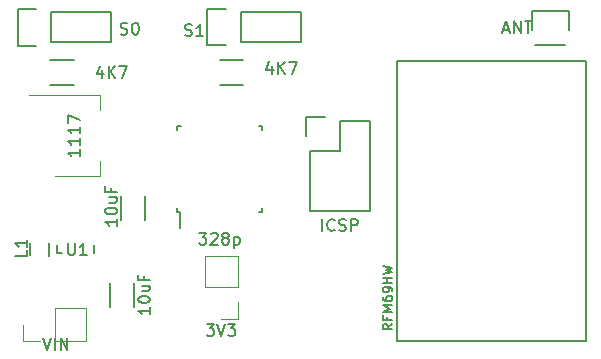
<source format=gto>
G04 #@! TF.FileFunction,Legend,Top*
%FSLAX46Y46*%
G04 Gerber Fmt 4.6, Leading zero omitted, Abs format (unit mm)*
G04 Created by KiCad (PCBNEW 4.0.5-e0-6337~49~ubuntu16.04.1) date Tue Jan 17 08:20:09 2017*
%MOMM*%
%LPD*%
G01*
G04 APERTURE LIST*
%ADD10C,0.100000*%
%ADD11C,0.150000*%
%ADD12C,0.120000*%
%ADD13C,0.160000*%
G04 APERTURE END LIST*
D10*
D11*
X92465000Y-78089000D02*
X92465000Y-76089000D01*
X90415000Y-76089000D02*
X90415000Y-78089000D01*
X130722400Y-81022400D02*
X114722400Y-81022400D01*
X130722400Y-57322400D02*
X130722400Y-81022400D01*
X114722400Y-57322400D02*
X130722400Y-57322400D01*
X114722400Y-81022400D02*
X114722400Y-57322400D01*
X96070000Y-70046000D02*
X96295000Y-70046000D01*
X96070000Y-62796000D02*
X96395000Y-62796000D01*
X103320000Y-62796000D02*
X102995000Y-62796000D01*
X103320000Y-70046000D02*
X102995000Y-70046000D01*
X96070000Y-70046000D02*
X96070000Y-69721000D01*
X103320000Y-70046000D02*
X103320000Y-69721000D01*
X103320000Y-62796000D02*
X103320000Y-63121000D01*
X96070000Y-62796000D02*
X96070000Y-63121000D01*
X96295000Y-70046000D02*
X96295000Y-71471000D01*
X85242400Y-73792080D02*
X85242400Y-72740520D01*
X83642200Y-72689720D02*
X83642200Y-73741280D01*
X129248500Y-53110800D02*
X129248500Y-54660800D01*
X126148500Y-54660800D02*
X126148500Y-53110800D01*
X126148500Y-53110800D02*
X129248500Y-53110800D01*
X126428500Y-55930800D02*
X128968500Y-55930800D01*
X85432900Y-55714900D02*
X90512900Y-55714900D01*
X90512900Y-55714900D02*
X90512900Y-53174900D01*
X90512900Y-53174900D02*
X85432900Y-53174900D01*
X82612900Y-52894900D02*
X84162900Y-52894900D01*
X85432900Y-53174900D02*
X85432900Y-55714900D01*
X84162900Y-55994900D02*
X82612900Y-55994900D01*
X82612900Y-55994900D02*
X82612900Y-52894900D01*
X101460300Y-55702200D02*
X106540300Y-55702200D01*
X106540300Y-55702200D02*
X106540300Y-53162200D01*
X106540300Y-53162200D02*
X101460300Y-53162200D01*
X98640300Y-52882200D02*
X100190300Y-52882200D01*
X101460300Y-53162200D02*
X101460300Y-55702200D01*
X100190300Y-55982200D02*
X98640300Y-55982200D01*
X98640300Y-55982200D02*
X98640300Y-52882200D01*
X107315000Y-64897000D02*
X107315000Y-69977000D01*
X107035000Y-62077000D02*
X108585000Y-62077000D01*
X109855000Y-62357000D02*
X109855000Y-64897000D01*
X109855000Y-64897000D02*
X107315000Y-64897000D01*
X107315000Y-69977000D02*
X112395000Y-69977000D01*
X112395000Y-69977000D02*
X112395000Y-64897000D01*
X107035000Y-62077000D02*
X107035000Y-63627000D01*
X112395000Y-62357000D02*
X109855000Y-62357000D01*
X112395000Y-64897000D02*
X112395000Y-62357000D01*
X85890100Y-73591420D02*
X86380320Y-73591420D01*
X85890100Y-72890380D02*
X85890100Y-73591420D01*
X89090500Y-72890380D02*
X89090500Y-73591420D01*
X87360000Y-59368000D02*
X85360000Y-59368000D01*
X85360000Y-57218000D02*
X87360000Y-57218000D01*
D12*
X101212000Y-76454000D02*
X101212000Y-73794000D01*
X101212000Y-73794000D02*
X98432000Y-73794000D01*
X98432000Y-73794000D02*
X98432000Y-76454000D01*
X98432000Y-76454000D02*
X101212000Y-76454000D01*
X101212000Y-77724000D02*
X101212000Y-79114000D01*
X101212000Y-79114000D02*
X99822000Y-79114000D01*
X85725000Y-81019000D02*
X88385000Y-81019000D01*
X88385000Y-81019000D02*
X88385000Y-78239000D01*
X88385000Y-78239000D02*
X85725000Y-78239000D01*
X85725000Y-78239000D02*
X85725000Y-81019000D01*
X84455000Y-81019000D02*
X83065000Y-81019000D01*
X83065000Y-81019000D02*
X83065000Y-79629000D01*
D11*
X91304000Y-68723000D02*
X91304000Y-70723000D01*
X93354000Y-70723000D02*
X93354000Y-68723000D01*
X101711000Y-59368000D02*
X99711000Y-59368000D01*
X99711000Y-57218000D02*
X101711000Y-57218000D01*
D12*
X89540000Y-67037000D02*
X89540000Y-65777000D01*
X89540000Y-60217000D02*
X89540000Y-61477000D01*
X85780000Y-67037000D02*
X89540000Y-67037000D01*
X83530000Y-60217000D02*
X89540000Y-60217000D01*
D11*
X93797381Y-78160428D02*
X93797381Y-78731857D01*
X93797381Y-78446143D02*
X92797381Y-78446143D01*
X92940238Y-78541381D01*
X93035476Y-78636619D01*
X93083095Y-78731857D01*
X92797381Y-77541381D02*
X92797381Y-77446142D01*
X92845000Y-77350904D01*
X92892619Y-77303285D01*
X92987857Y-77255666D01*
X93178333Y-77208047D01*
X93416429Y-77208047D01*
X93606905Y-77255666D01*
X93702143Y-77303285D01*
X93749762Y-77350904D01*
X93797381Y-77446142D01*
X93797381Y-77541381D01*
X93749762Y-77636619D01*
X93702143Y-77684238D01*
X93606905Y-77731857D01*
X93416429Y-77779476D01*
X93178333Y-77779476D01*
X92987857Y-77731857D01*
X92892619Y-77684238D01*
X92845000Y-77636619D01*
X92797381Y-77541381D01*
X93130714Y-76350904D02*
X93797381Y-76350904D01*
X93130714Y-76779476D02*
X93654524Y-76779476D01*
X93749762Y-76731857D01*
X93797381Y-76636619D01*
X93797381Y-76493761D01*
X93749762Y-76398523D01*
X93702143Y-76350904D01*
X93273571Y-75541380D02*
X93273571Y-75874714D01*
X93797381Y-75874714D02*
X92797381Y-75874714D01*
X92797381Y-75398523D01*
D13*
X114306305Y-79558876D02*
X113925352Y-79825543D01*
X114306305Y-80016019D02*
X113506305Y-80016019D01*
X113506305Y-79711257D01*
X113544400Y-79635066D01*
X113582495Y-79596971D01*
X113658686Y-79558876D01*
X113772971Y-79558876D01*
X113849162Y-79596971D01*
X113887257Y-79635066D01*
X113925352Y-79711257D01*
X113925352Y-80016019D01*
X113887257Y-78949352D02*
X113887257Y-79216019D01*
X114306305Y-79216019D02*
X113506305Y-79216019D01*
X113506305Y-78835066D01*
X114306305Y-78530305D02*
X113506305Y-78530305D01*
X114077733Y-78263638D01*
X113506305Y-77996971D01*
X114306305Y-77996971D01*
X113506305Y-77273162D02*
X113506305Y-77425543D01*
X113544400Y-77501733D01*
X113582495Y-77539828D01*
X113696781Y-77616019D01*
X113849162Y-77654114D01*
X114153924Y-77654114D01*
X114230114Y-77616019D01*
X114268210Y-77577924D01*
X114306305Y-77501733D01*
X114306305Y-77349352D01*
X114268210Y-77273162D01*
X114230114Y-77235066D01*
X114153924Y-77196971D01*
X113963448Y-77196971D01*
X113887257Y-77235066D01*
X113849162Y-77273162D01*
X113811067Y-77349352D01*
X113811067Y-77501733D01*
X113849162Y-77577924D01*
X113887257Y-77616019D01*
X113963448Y-77654114D01*
X114306305Y-76816019D02*
X114306305Y-76663638D01*
X114268210Y-76587447D01*
X114230114Y-76549352D01*
X114115829Y-76473161D01*
X113963448Y-76435066D01*
X113658686Y-76435066D01*
X113582495Y-76473161D01*
X113544400Y-76511257D01*
X113506305Y-76587447D01*
X113506305Y-76739828D01*
X113544400Y-76816019D01*
X113582495Y-76854114D01*
X113658686Y-76892209D01*
X113849162Y-76892209D01*
X113925352Y-76854114D01*
X113963448Y-76816019D01*
X114001543Y-76739828D01*
X114001543Y-76587447D01*
X113963448Y-76511257D01*
X113925352Y-76473161D01*
X113849162Y-76435066D01*
X114306305Y-76092209D02*
X113506305Y-76092209D01*
X113887257Y-76092209D02*
X113887257Y-75635066D01*
X114306305Y-75635066D02*
X113506305Y-75635066D01*
X113506305Y-75330304D02*
X114306305Y-75139828D01*
X113734876Y-74987447D01*
X114306305Y-74835066D01*
X113506305Y-74644590D01*
D11*
X97956905Y-71842381D02*
X98575953Y-71842381D01*
X98242619Y-72223333D01*
X98385477Y-72223333D01*
X98480715Y-72270952D01*
X98528334Y-72318571D01*
X98575953Y-72413810D01*
X98575953Y-72651905D01*
X98528334Y-72747143D01*
X98480715Y-72794762D01*
X98385477Y-72842381D01*
X98099762Y-72842381D01*
X98004524Y-72794762D01*
X97956905Y-72747143D01*
X98956905Y-71937619D02*
X99004524Y-71890000D01*
X99099762Y-71842381D01*
X99337858Y-71842381D01*
X99433096Y-71890000D01*
X99480715Y-71937619D01*
X99528334Y-72032857D01*
X99528334Y-72128095D01*
X99480715Y-72270952D01*
X98909286Y-72842381D01*
X99528334Y-72842381D01*
X100099762Y-72270952D02*
X100004524Y-72223333D01*
X99956905Y-72175714D01*
X99909286Y-72080476D01*
X99909286Y-72032857D01*
X99956905Y-71937619D01*
X100004524Y-71890000D01*
X100099762Y-71842381D01*
X100290239Y-71842381D01*
X100385477Y-71890000D01*
X100433096Y-71937619D01*
X100480715Y-72032857D01*
X100480715Y-72080476D01*
X100433096Y-72175714D01*
X100385477Y-72223333D01*
X100290239Y-72270952D01*
X100099762Y-72270952D01*
X100004524Y-72318571D01*
X99956905Y-72366190D01*
X99909286Y-72461429D01*
X99909286Y-72651905D01*
X99956905Y-72747143D01*
X100004524Y-72794762D01*
X100099762Y-72842381D01*
X100290239Y-72842381D01*
X100385477Y-72794762D01*
X100433096Y-72747143D01*
X100480715Y-72651905D01*
X100480715Y-72461429D01*
X100433096Y-72366190D01*
X100385477Y-72318571D01*
X100290239Y-72270952D01*
X100909286Y-72175714D02*
X100909286Y-73175714D01*
X100909286Y-72223333D02*
X101004524Y-72175714D01*
X101195001Y-72175714D01*
X101290239Y-72223333D01*
X101337858Y-72270952D01*
X101385477Y-72366190D01*
X101385477Y-72651905D01*
X101337858Y-72747143D01*
X101290239Y-72794762D01*
X101195001Y-72842381D01*
X101004524Y-72842381D01*
X100909286Y-72794762D01*
X83383381Y-73318666D02*
X83383381Y-73794857D01*
X82383381Y-73794857D01*
X83383381Y-72461523D02*
X83383381Y-73032952D01*
X83383381Y-72747238D02*
X82383381Y-72747238D01*
X82526238Y-72842476D01*
X82621476Y-72937714D01*
X82669095Y-73032952D01*
X123698143Y-54649667D02*
X124174334Y-54649667D01*
X123602905Y-54935381D02*
X123936238Y-53935381D01*
X124269572Y-54935381D01*
X124602905Y-54935381D02*
X124602905Y-53935381D01*
X125174334Y-54935381D01*
X125174334Y-53935381D01*
X125507667Y-53935381D02*
X126079096Y-53935381D01*
X125793381Y-54935381D02*
X125793381Y-53935381D01*
X91313095Y-55014762D02*
X91455952Y-55062381D01*
X91694048Y-55062381D01*
X91789286Y-55014762D01*
X91836905Y-54967143D01*
X91884524Y-54871905D01*
X91884524Y-54776667D01*
X91836905Y-54681429D01*
X91789286Y-54633810D01*
X91694048Y-54586190D01*
X91503571Y-54538571D01*
X91408333Y-54490952D01*
X91360714Y-54443333D01*
X91313095Y-54348095D01*
X91313095Y-54252857D01*
X91360714Y-54157619D01*
X91408333Y-54110000D01*
X91503571Y-54062381D01*
X91741667Y-54062381D01*
X91884524Y-54110000D01*
X92503571Y-54062381D02*
X92598810Y-54062381D01*
X92694048Y-54110000D01*
X92741667Y-54157619D01*
X92789286Y-54252857D01*
X92836905Y-54443333D01*
X92836905Y-54681429D01*
X92789286Y-54871905D01*
X92741667Y-54967143D01*
X92694048Y-55014762D01*
X92598810Y-55062381D01*
X92503571Y-55062381D01*
X92408333Y-55014762D01*
X92360714Y-54967143D01*
X92313095Y-54871905D01*
X92265476Y-54681429D01*
X92265476Y-54443333D01*
X92313095Y-54252857D01*
X92360714Y-54157619D01*
X92408333Y-54110000D01*
X92503571Y-54062381D01*
X96774095Y-55141762D02*
X96916952Y-55189381D01*
X97155048Y-55189381D01*
X97250286Y-55141762D01*
X97297905Y-55094143D01*
X97345524Y-54998905D01*
X97345524Y-54903667D01*
X97297905Y-54808429D01*
X97250286Y-54760810D01*
X97155048Y-54713190D01*
X96964571Y-54665571D01*
X96869333Y-54617952D01*
X96821714Y-54570333D01*
X96774095Y-54475095D01*
X96774095Y-54379857D01*
X96821714Y-54284619D01*
X96869333Y-54237000D01*
X96964571Y-54189381D01*
X97202667Y-54189381D01*
X97345524Y-54237000D01*
X98297905Y-55189381D02*
X97726476Y-55189381D01*
X98012190Y-55189381D02*
X98012190Y-54189381D01*
X97916952Y-54332238D01*
X97821714Y-54427476D01*
X97726476Y-54475095D01*
X108378810Y-71699381D02*
X108378810Y-70699381D01*
X109426429Y-71604143D02*
X109378810Y-71651762D01*
X109235953Y-71699381D01*
X109140715Y-71699381D01*
X108997857Y-71651762D01*
X108902619Y-71556524D01*
X108855000Y-71461286D01*
X108807381Y-71270810D01*
X108807381Y-71127952D01*
X108855000Y-70937476D01*
X108902619Y-70842238D01*
X108997857Y-70747000D01*
X109140715Y-70699381D01*
X109235953Y-70699381D01*
X109378810Y-70747000D01*
X109426429Y-70794619D01*
X109807381Y-71651762D02*
X109950238Y-71699381D01*
X110188334Y-71699381D01*
X110283572Y-71651762D01*
X110331191Y-71604143D01*
X110378810Y-71508905D01*
X110378810Y-71413667D01*
X110331191Y-71318429D01*
X110283572Y-71270810D01*
X110188334Y-71223190D01*
X109997857Y-71175571D01*
X109902619Y-71127952D01*
X109855000Y-71080333D01*
X109807381Y-70985095D01*
X109807381Y-70889857D01*
X109855000Y-70794619D01*
X109902619Y-70747000D01*
X109997857Y-70699381D01*
X110235953Y-70699381D01*
X110378810Y-70747000D01*
X110807381Y-71699381D02*
X110807381Y-70699381D01*
X111188334Y-70699381D01*
X111283572Y-70747000D01*
X111331191Y-70794619D01*
X111378810Y-70889857D01*
X111378810Y-71032714D01*
X111331191Y-71127952D01*
X111283572Y-71175571D01*
X111188334Y-71223190D01*
X110807381Y-71223190D01*
X86868095Y-72731381D02*
X86868095Y-73540905D01*
X86915714Y-73636143D01*
X86963333Y-73683762D01*
X87058571Y-73731381D01*
X87249048Y-73731381D01*
X87344286Y-73683762D01*
X87391905Y-73636143D01*
X87439524Y-73540905D01*
X87439524Y-72731381D01*
X88439524Y-73731381D02*
X87868095Y-73731381D01*
X88153809Y-73731381D02*
X88153809Y-72731381D01*
X88058571Y-72874238D01*
X87963333Y-72969476D01*
X87868095Y-73017095D01*
X89765286Y-58078714D02*
X89765286Y-58745381D01*
X89527190Y-57697762D02*
X89289095Y-58412048D01*
X89908143Y-58412048D01*
X90289095Y-58745381D02*
X90289095Y-57745381D01*
X90860524Y-58745381D02*
X90431952Y-58173952D01*
X90860524Y-57745381D02*
X90289095Y-58316810D01*
X91193857Y-57745381D02*
X91860524Y-57745381D01*
X91431952Y-58745381D01*
X98583905Y-79566381D02*
X99202953Y-79566381D01*
X98869619Y-79947333D01*
X99012477Y-79947333D01*
X99107715Y-79994952D01*
X99155334Y-80042571D01*
X99202953Y-80137810D01*
X99202953Y-80375905D01*
X99155334Y-80471143D01*
X99107715Y-80518762D01*
X99012477Y-80566381D01*
X98726762Y-80566381D01*
X98631524Y-80518762D01*
X98583905Y-80471143D01*
X99488667Y-79566381D02*
X99822000Y-80566381D01*
X100155334Y-79566381D01*
X100393429Y-79566381D02*
X101012477Y-79566381D01*
X100679143Y-79947333D01*
X100822001Y-79947333D01*
X100917239Y-79994952D01*
X100964858Y-80042571D01*
X101012477Y-80137810D01*
X101012477Y-80375905D01*
X100964858Y-80471143D01*
X100917239Y-80518762D01*
X100822001Y-80566381D01*
X100536286Y-80566381D01*
X100441048Y-80518762D01*
X100393429Y-80471143D01*
X84756762Y-80732381D02*
X85090095Y-81732381D01*
X85423429Y-80732381D01*
X85756762Y-81732381D02*
X85756762Y-80732381D01*
X86232952Y-81732381D02*
X86232952Y-80732381D01*
X86804381Y-81732381D01*
X86804381Y-80732381D01*
X91003381Y-70667428D02*
X91003381Y-71238857D01*
X91003381Y-70953143D02*
X90003381Y-70953143D01*
X90146238Y-71048381D01*
X90241476Y-71143619D01*
X90289095Y-71238857D01*
X90003381Y-70048381D02*
X90003381Y-69953142D01*
X90051000Y-69857904D01*
X90098619Y-69810285D01*
X90193857Y-69762666D01*
X90384333Y-69715047D01*
X90622429Y-69715047D01*
X90812905Y-69762666D01*
X90908143Y-69810285D01*
X90955762Y-69857904D01*
X91003381Y-69953142D01*
X91003381Y-70048381D01*
X90955762Y-70143619D01*
X90908143Y-70191238D01*
X90812905Y-70238857D01*
X90622429Y-70286476D01*
X90384333Y-70286476D01*
X90193857Y-70238857D01*
X90098619Y-70191238D01*
X90051000Y-70143619D01*
X90003381Y-70048381D01*
X90336714Y-68857904D02*
X91003381Y-68857904D01*
X90336714Y-69286476D02*
X90860524Y-69286476D01*
X90955762Y-69238857D01*
X91003381Y-69143619D01*
X91003381Y-69000761D01*
X90955762Y-68905523D01*
X90908143Y-68857904D01*
X90479571Y-68048380D02*
X90479571Y-68381714D01*
X91003381Y-68381714D02*
X90003381Y-68381714D01*
X90003381Y-67905523D01*
X104116286Y-57697714D02*
X104116286Y-58364381D01*
X103878190Y-57316762D02*
X103640095Y-58031048D01*
X104259143Y-58031048D01*
X104640095Y-58364381D02*
X104640095Y-57364381D01*
X105211524Y-58364381D02*
X104782952Y-57792952D01*
X105211524Y-57364381D02*
X104640095Y-57935810D01*
X105544857Y-57364381D02*
X106211524Y-57364381D01*
X105782952Y-58364381D01*
X87828381Y-64769857D02*
X87828381Y-65341286D01*
X87828381Y-65055572D02*
X86828381Y-65055572D01*
X86971238Y-65150810D01*
X87066476Y-65246048D01*
X87114095Y-65341286D01*
X87828381Y-63817476D02*
X87828381Y-64388905D01*
X87828381Y-64103191D02*
X86828381Y-64103191D01*
X86971238Y-64198429D01*
X87066476Y-64293667D01*
X87114095Y-64388905D01*
X87828381Y-62865095D02*
X87828381Y-63436524D01*
X87828381Y-63150810D02*
X86828381Y-63150810D01*
X86971238Y-63246048D01*
X87066476Y-63341286D01*
X87114095Y-63436524D01*
X86828381Y-62531762D02*
X86828381Y-61865095D01*
X87828381Y-62293667D01*
M02*

</source>
